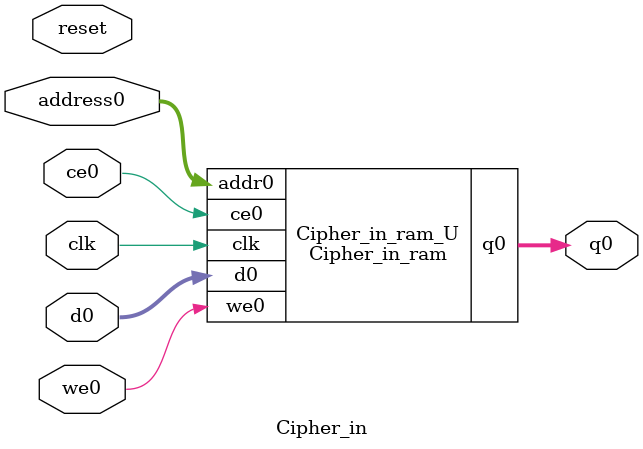
<source format=v>

`timescale 1 ns / 1 ps
module Cipher_in_ram (addr0, ce0, d0, we0, q0,  clk);

parameter DWIDTH = 8;
parameter AWIDTH = 4;
parameter MEM_SIZE = 16;

input[AWIDTH-1:0] addr0;
input ce0;
input[DWIDTH-1:0] d0;
input we0;
output reg[DWIDTH-1:0] q0;
input clk;

(* ram_style = "distributed" *)reg [DWIDTH-1:0] ram[0:MEM_SIZE-1];




always @(posedge clk)  
begin 
    if (ce0) 
    begin
        if (we0) 
        begin 
            ram[addr0] <= d0; 
            q0 <= d0;
        end 
        else 
            q0 <= ram[addr0];
    end
end


endmodule


`timescale 1 ns / 1 ps
module Cipher_in(
    reset,
    clk,
    address0,
    ce0,
    we0,
    d0,
    q0);

parameter DataWidth = 32'd8;
parameter AddressRange = 32'd16;
parameter AddressWidth = 32'd4;
input reset;
input clk;
input[AddressWidth - 1:0] address0;
input ce0;
input we0;
input[DataWidth - 1:0] d0;
output[DataWidth - 1:0] q0;



Cipher_in_ram Cipher_in_ram_U(
    .clk( clk ),
    .addr0( address0 ),
    .ce0( ce0 ),
    .d0( d0 ),
    .we0( we0 ),
    .q0( q0 ));

endmodule


</source>
